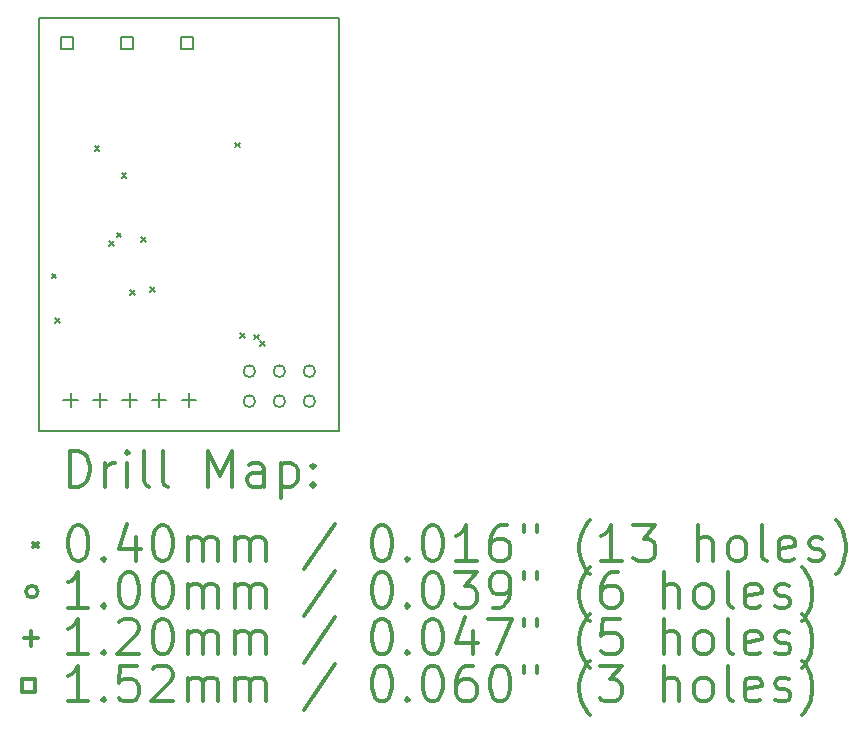
<source format=gbr>
%FSLAX45Y45*%
G04 Gerber Fmt 4.5, Leading zero omitted, Abs format (unit mm)*
G04 Created by KiCad (PCBNEW 4.0.2-stable) date 2018-11-15 20:30:32*
%MOMM*%
G01*
G04 APERTURE LIST*
%ADD10C,0.127000*%
%ADD11C,0.150000*%
%ADD12C,0.200000*%
%ADD13C,0.300000*%
G04 APERTURE END LIST*
D10*
D11*
X10241280Y-8356600D02*
X12786360Y-8356600D01*
X10241280Y-7299960D02*
X10241280Y-8356600D01*
X10241280Y-5405120D02*
X10241280Y-7299960D01*
X10241280Y-4861560D02*
X10241280Y-5405120D01*
X12786360Y-4861560D02*
X10241280Y-4861560D01*
X12786360Y-8356600D02*
X12786360Y-4861560D01*
D12*
X10349822Y-7027214D02*
X10389822Y-7067214D01*
X10389822Y-7027214D02*
X10349822Y-7067214D01*
X10378760Y-7406960D02*
X10418760Y-7446960D01*
X10418760Y-7406960D02*
X10378760Y-7446960D01*
X10714040Y-5949000D02*
X10754040Y-5989000D01*
X10754040Y-5949000D02*
X10714040Y-5989000D01*
X10838073Y-6755136D02*
X10878073Y-6795136D01*
X10878073Y-6755136D02*
X10838073Y-6795136D01*
X10902000Y-6680520D02*
X10942000Y-6720520D01*
X10942000Y-6680520D02*
X10902000Y-6720520D01*
X10942640Y-6177600D02*
X10982640Y-6217600D01*
X10982640Y-6177600D02*
X10942640Y-6217600D01*
X11013760Y-7169742D02*
X11053760Y-7209742D01*
X11053760Y-7169742D02*
X11013760Y-7209742D01*
X11110280Y-6721160D02*
X11150280Y-6761160D01*
X11150280Y-6721160D02*
X11110280Y-6761160D01*
X11182925Y-7141275D02*
X11222924Y-7181275D01*
X11222924Y-7141275D02*
X11182925Y-7181275D01*
X11902760Y-5918520D02*
X11942760Y-5958520D01*
X11942760Y-5918520D02*
X11902760Y-5958520D01*
X11948480Y-7528880D02*
X11988480Y-7568880D01*
X11988480Y-7528880D02*
X11948480Y-7568880D01*
X12062333Y-7544182D02*
X12102333Y-7584182D01*
X12102333Y-7544182D02*
X12062333Y-7584182D01*
X12118902Y-7600751D02*
X12158902Y-7640751D01*
X12158902Y-7600751D02*
X12118902Y-7640751D01*
X12074360Y-7853680D02*
G75*
G03X12074360Y-7853680I-50000J0D01*
G01*
X12074360Y-8107680D02*
G75*
G03X12074360Y-8107680I-50000J0D01*
G01*
X12328360Y-7853680D02*
G75*
G03X12328360Y-7853680I-50000J0D01*
G01*
X12328360Y-8107680D02*
G75*
G03X12328360Y-8107680I-50000J0D01*
G01*
X12582360Y-7853680D02*
G75*
G03X12582360Y-7853680I-50000J0D01*
G01*
X12582360Y-8107680D02*
G75*
G03X12582360Y-8107680I-50000J0D01*
G01*
X10510550Y-8038790D02*
X10510550Y-8158790D01*
X10450550Y-8098790D02*
X10570550Y-8098790D01*
X10760550Y-8038790D02*
X10760550Y-8158790D01*
X10700550Y-8098790D02*
X10820550Y-8098790D01*
X11010550Y-8038790D02*
X11010550Y-8158790D01*
X10950550Y-8098790D02*
X11070550Y-8098790D01*
X11260550Y-8038790D02*
X11260550Y-8158790D01*
X11200550Y-8098790D02*
X11320550Y-8098790D01*
X11512550Y-8038790D02*
X11512550Y-8158790D01*
X11452550Y-8098790D02*
X11572550Y-8098790D01*
X10533922Y-5128802D02*
X10533922Y-5021038D01*
X10426158Y-5021038D01*
X10426158Y-5128802D01*
X10533922Y-5128802D01*
X11041922Y-5128802D02*
X11041922Y-5021038D01*
X10934158Y-5021038D01*
X10934158Y-5128802D01*
X11041922Y-5128802D01*
X11549922Y-5128802D02*
X11549922Y-5021038D01*
X11442158Y-5021038D01*
X11442158Y-5128802D01*
X11549922Y-5128802D01*
D13*
X10505209Y-8829814D02*
X10505209Y-8529814D01*
X10576637Y-8529814D01*
X10619494Y-8544100D01*
X10648066Y-8572672D01*
X10662351Y-8601243D01*
X10676637Y-8658386D01*
X10676637Y-8701243D01*
X10662351Y-8758386D01*
X10648066Y-8786957D01*
X10619494Y-8815529D01*
X10576637Y-8829814D01*
X10505209Y-8829814D01*
X10805209Y-8829814D02*
X10805209Y-8629814D01*
X10805209Y-8686957D02*
X10819494Y-8658386D01*
X10833780Y-8644100D01*
X10862351Y-8629814D01*
X10890923Y-8629814D01*
X10990923Y-8829814D02*
X10990923Y-8629814D01*
X10990923Y-8529814D02*
X10976637Y-8544100D01*
X10990923Y-8558386D01*
X11005209Y-8544100D01*
X10990923Y-8529814D01*
X10990923Y-8558386D01*
X11176637Y-8829814D02*
X11148066Y-8815529D01*
X11133780Y-8786957D01*
X11133780Y-8529814D01*
X11333780Y-8829814D02*
X11305208Y-8815529D01*
X11290923Y-8786957D01*
X11290923Y-8529814D01*
X11676637Y-8829814D02*
X11676637Y-8529814D01*
X11776637Y-8744100D01*
X11876637Y-8529814D01*
X11876637Y-8829814D01*
X12148066Y-8829814D02*
X12148066Y-8672672D01*
X12133780Y-8644100D01*
X12105208Y-8629814D01*
X12048066Y-8629814D01*
X12019494Y-8644100D01*
X12148066Y-8815529D02*
X12119494Y-8829814D01*
X12048066Y-8829814D01*
X12019494Y-8815529D01*
X12005208Y-8786957D01*
X12005208Y-8758386D01*
X12019494Y-8729814D01*
X12048066Y-8715529D01*
X12119494Y-8715529D01*
X12148066Y-8701243D01*
X12290923Y-8629814D02*
X12290923Y-8929814D01*
X12290923Y-8644100D02*
X12319494Y-8629814D01*
X12376637Y-8629814D01*
X12405208Y-8644100D01*
X12419494Y-8658386D01*
X12433780Y-8686957D01*
X12433780Y-8772672D01*
X12419494Y-8801243D01*
X12405208Y-8815529D01*
X12376637Y-8829814D01*
X12319494Y-8829814D01*
X12290923Y-8815529D01*
X12562351Y-8801243D02*
X12576637Y-8815529D01*
X12562351Y-8829814D01*
X12548066Y-8815529D01*
X12562351Y-8801243D01*
X12562351Y-8829814D01*
X12562351Y-8644100D02*
X12576637Y-8658386D01*
X12562351Y-8672672D01*
X12548066Y-8658386D01*
X12562351Y-8644100D01*
X12562351Y-8672672D01*
X10193780Y-9304100D02*
X10233780Y-9344100D01*
X10233780Y-9304100D02*
X10193780Y-9344100D01*
X10562351Y-9159814D02*
X10590923Y-9159814D01*
X10619494Y-9174100D01*
X10633780Y-9188386D01*
X10648066Y-9216957D01*
X10662351Y-9274100D01*
X10662351Y-9345529D01*
X10648066Y-9402672D01*
X10633780Y-9431243D01*
X10619494Y-9445529D01*
X10590923Y-9459814D01*
X10562351Y-9459814D01*
X10533780Y-9445529D01*
X10519494Y-9431243D01*
X10505209Y-9402672D01*
X10490923Y-9345529D01*
X10490923Y-9274100D01*
X10505209Y-9216957D01*
X10519494Y-9188386D01*
X10533780Y-9174100D01*
X10562351Y-9159814D01*
X10790923Y-9431243D02*
X10805209Y-9445529D01*
X10790923Y-9459814D01*
X10776637Y-9445529D01*
X10790923Y-9431243D01*
X10790923Y-9459814D01*
X11062351Y-9259814D02*
X11062351Y-9459814D01*
X10990923Y-9145529D02*
X10919494Y-9359814D01*
X11105208Y-9359814D01*
X11276637Y-9159814D02*
X11305208Y-9159814D01*
X11333780Y-9174100D01*
X11348066Y-9188386D01*
X11362351Y-9216957D01*
X11376637Y-9274100D01*
X11376637Y-9345529D01*
X11362351Y-9402672D01*
X11348066Y-9431243D01*
X11333780Y-9445529D01*
X11305208Y-9459814D01*
X11276637Y-9459814D01*
X11248066Y-9445529D01*
X11233780Y-9431243D01*
X11219494Y-9402672D01*
X11205208Y-9345529D01*
X11205208Y-9274100D01*
X11219494Y-9216957D01*
X11233780Y-9188386D01*
X11248066Y-9174100D01*
X11276637Y-9159814D01*
X11505208Y-9459814D02*
X11505208Y-9259814D01*
X11505208Y-9288386D02*
X11519494Y-9274100D01*
X11548066Y-9259814D01*
X11590923Y-9259814D01*
X11619494Y-9274100D01*
X11633780Y-9302672D01*
X11633780Y-9459814D01*
X11633780Y-9302672D02*
X11648066Y-9274100D01*
X11676637Y-9259814D01*
X11719494Y-9259814D01*
X11748066Y-9274100D01*
X11762351Y-9302672D01*
X11762351Y-9459814D01*
X11905208Y-9459814D02*
X11905208Y-9259814D01*
X11905208Y-9288386D02*
X11919494Y-9274100D01*
X11948066Y-9259814D01*
X11990923Y-9259814D01*
X12019494Y-9274100D01*
X12033780Y-9302672D01*
X12033780Y-9459814D01*
X12033780Y-9302672D02*
X12048066Y-9274100D01*
X12076637Y-9259814D01*
X12119494Y-9259814D01*
X12148066Y-9274100D01*
X12162351Y-9302672D01*
X12162351Y-9459814D01*
X12748066Y-9145529D02*
X12490923Y-9531243D01*
X13133780Y-9159814D02*
X13162351Y-9159814D01*
X13190923Y-9174100D01*
X13205208Y-9188386D01*
X13219494Y-9216957D01*
X13233780Y-9274100D01*
X13233780Y-9345529D01*
X13219494Y-9402672D01*
X13205208Y-9431243D01*
X13190923Y-9445529D01*
X13162351Y-9459814D01*
X13133780Y-9459814D01*
X13105208Y-9445529D01*
X13090923Y-9431243D01*
X13076637Y-9402672D01*
X13062351Y-9345529D01*
X13062351Y-9274100D01*
X13076637Y-9216957D01*
X13090923Y-9188386D01*
X13105208Y-9174100D01*
X13133780Y-9159814D01*
X13362351Y-9431243D02*
X13376637Y-9445529D01*
X13362351Y-9459814D01*
X13348066Y-9445529D01*
X13362351Y-9431243D01*
X13362351Y-9459814D01*
X13562351Y-9159814D02*
X13590923Y-9159814D01*
X13619494Y-9174100D01*
X13633780Y-9188386D01*
X13648065Y-9216957D01*
X13662351Y-9274100D01*
X13662351Y-9345529D01*
X13648065Y-9402672D01*
X13633780Y-9431243D01*
X13619494Y-9445529D01*
X13590923Y-9459814D01*
X13562351Y-9459814D01*
X13533780Y-9445529D01*
X13519494Y-9431243D01*
X13505208Y-9402672D01*
X13490923Y-9345529D01*
X13490923Y-9274100D01*
X13505208Y-9216957D01*
X13519494Y-9188386D01*
X13533780Y-9174100D01*
X13562351Y-9159814D01*
X13948065Y-9459814D02*
X13776637Y-9459814D01*
X13862351Y-9459814D02*
X13862351Y-9159814D01*
X13833780Y-9202672D01*
X13805208Y-9231243D01*
X13776637Y-9245529D01*
X14205208Y-9159814D02*
X14148065Y-9159814D01*
X14119494Y-9174100D01*
X14105208Y-9188386D01*
X14076637Y-9231243D01*
X14062351Y-9288386D01*
X14062351Y-9402672D01*
X14076637Y-9431243D01*
X14090923Y-9445529D01*
X14119494Y-9459814D01*
X14176637Y-9459814D01*
X14205208Y-9445529D01*
X14219494Y-9431243D01*
X14233780Y-9402672D01*
X14233780Y-9331243D01*
X14219494Y-9302672D01*
X14205208Y-9288386D01*
X14176637Y-9274100D01*
X14119494Y-9274100D01*
X14090923Y-9288386D01*
X14076637Y-9302672D01*
X14062351Y-9331243D01*
X14348066Y-9159814D02*
X14348066Y-9216957D01*
X14462351Y-9159814D02*
X14462351Y-9216957D01*
X14905208Y-9574100D02*
X14890923Y-9559814D01*
X14862351Y-9516957D01*
X14848065Y-9488386D01*
X14833780Y-9445529D01*
X14819494Y-9374100D01*
X14819494Y-9316957D01*
X14833780Y-9245529D01*
X14848065Y-9202672D01*
X14862351Y-9174100D01*
X14890923Y-9131243D01*
X14905208Y-9116957D01*
X15176637Y-9459814D02*
X15005208Y-9459814D01*
X15090923Y-9459814D02*
X15090923Y-9159814D01*
X15062351Y-9202672D01*
X15033780Y-9231243D01*
X15005208Y-9245529D01*
X15276637Y-9159814D02*
X15462351Y-9159814D01*
X15362351Y-9274100D01*
X15405208Y-9274100D01*
X15433780Y-9288386D01*
X15448065Y-9302672D01*
X15462351Y-9331243D01*
X15462351Y-9402672D01*
X15448065Y-9431243D01*
X15433780Y-9445529D01*
X15405208Y-9459814D01*
X15319494Y-9459814D01*
X15290923Y-9445529D01*
X15276637Y-9431243D01*
X15819494Y-9459814D02*
X15819494Y-9159814D01*
X15948065Y-9459814D02*
X15948065Y-9302672D01*
X15933780Y-9274100D01*
X15905208Y-9259814D01*
X15862351Y-9259814D01*
X15833780Y-9274100D01*
X15819494Y-9288386D01*
X16133780Y-9459814D02*
X16105208Y-9445529D01*
X16090923Y-9431243D01*
X16076637Y-9402672D01*
X16076637Y-9316957D01*
X16090923Y-9288386D01*
X16105208Y-9274100D01*
X16133780Y-9259814D01*
X16176637Y-9259814D01*
X16205208Y-9274100D01*
X16219494Y-9288386D01*
X16233780Y-9316957D01*
X16233780Y-9402672D01*
X16219494Y-9431243D01*
X16205208Y-9445529D01*
X16176637Y-9459814D01*
X16133780Y-9459814D01*
X16405208Y-9459814D02*
X16376637Y-9445529D01*
X16362351Y-9416957D01*
X16362351Y-9159814D01*
X16633780Y-9445529D02*
X16605208Y-9459814D01*
X16548066Y-9459814D01*
X16519494Y-9445529D01*
X16505208Y-9416957D01*
X16505208Y-9302672D01*
X16519494Y-9274100D01*
X16548066Y-9259814D01*
X16605208Y-9259814D01*
X16633780Y-9274100D01*
X16648066Y-9302672D01*
X16648066Y-9331243D01*
X16505208Y-9359814D01*
X16762351Y-9445529D02*
X16790923Y-9459814D01*
X16848066Y-9459814D01*
X16876637Y-9445529D01*
X16890923Y-9416957D01*
X16890923Y-9402672D01*
X16876637Y-9374100D01*
X16848066Y-9359814D01*
X16805209Y-9359814D01*
X16776637Y-9345529D01*
X16762351Y-9316957D01*
X16762351Y-9302672D01*
X16776637Y-9274100D01*
X16805209Y-9259814D01*
X16848066Y-9259814D01*
X16876637Y-9274100D01*
X16990923Y-9574100D02*
X17005209Y-9559814D01*
X17033780Y-9516957D01*
X17048066Y-9488386D01*
X17062351Y-9445529D01*
X17076637Y-9374100D01*
X17076637Y-9316957D01*
X17062351Y-9245529D01*
X17048066Y-9202672D01*
X17033780Y-9174100D01*
X17005209Y-9131243D01*
X16990923Y-9116957D01*
X10233780Y-9720100D02*
G75*
G03X10233780Y-9720100I-50000J0D01*
G01*
X10662351Y-9855814D02*
X10490923Y-9855814D01*
X10576637Y-9855814D02*
X10576637Y-9555814D01*
X10548066Y-9598672D01*
X10519494Y-9627243D01*
X10490923Y-9641529D01*
X10790923Y-9827243D02*
X10805209Y-9841529D01*
X10790923Y-9855814D01*
X10776637Y-9841529D01*
X10790923Y-9827243D01*
X10790923Y-9855814D01*
X10990923Y-9555814D02*
X11019494Y-9555814D01*
X11048066Y-9570100D01*
X11062351Y-9584386D01*
X11076637Y-9612957D01*
X11090923Y-9670100D01*
X11090923Y-9741529D01*
X11076637Y-9798672D01*
X11062351Y-9827243D01*
X11048066Y-9841529D01*
X11019494Y-9855814D01*
X10990923Y-9855814D01*
X10962351Y-9841529D01*
X10948066Y-9827243D01*
X10933780Y-9798672D01*
X10919494Y-9741529D01*
X10919494Y-9670100D01*
X10933780Y-9612957D01*
X10948066Y-9584386D01*
X10962351Y-9570100D01*
X10990923Y-9555814D01*
X11276637Y-9555814D02*
X11305208Y-9555814D01*
X11333780Y-9570100D01*
X11348066Y-9584386D01*
X11362351Y-9612957D01*
X11376637Y-9670100D01*
X11376637Y-9741529D01*
X11362351Y-9798672D01*
X11348066Y-9827243D01*
X11333780Y-9841529D01*
X11305208Y-9855814D01*
X11276637Y-9855814D01*
X11248066Y-9841529D01*
X11233780Y-9827243D01*
X11219494Y-9798672D01*
X11205208Y-9741529D01*
X11205208Y-9670100D01*
X11219494Y-9612957D01*
X11233780Y-9584386D01*
X11248066Y-9570100D01*
X11276637Y-9555814D01*
X11505208Y-9855814D02*
X11505208Y-9655814D01*
X11505208Y-9684386D02*
X11519494Y-9670100D01*
X11548066Y-9655814D01*
X11590923Y-9655814D01*
X11619494Y-9670100D01*
X11633780Y-9698672D01*
X11633780Y-9855814D01*
X11633780Y-9698672D02*
X11648066Y-9670100D01*
X11676637Y-9655814D01*
X11719494Y-9655814D01*
X11748066Y-9670100D01*
X11762351Y-9698672D01*
X11762351Y-9855814D01*
X11905208Y-9855814D02*
X11905208Y-9655814D01*
X11905208Y-9684386D02*
X11919494Y-9670100D01*
X11948066Y-9655814D01*
X11990923Y-9655814D01*
X12019494Y-9670100D01*
X12033780Y-9698672D01*
X12033780Y-9855814D01*
X12033780Y-9698672D02*
X12048066Y-9670100D01*
X12076637Y-9655814D01*
X12119494Y-9655814D01*
X12148066Y-9670100D01*
X12162351Y-9698672D01*
X12162351Y-9855814D01*
X12748066Y-9541529D02*
X12490923Y-9927243D01*
X13133780Y-9555814D02*
X13162351Y-9555814D01*
X13190923Y-9570100D01*
X13205208Y-9584386D01*
X13219494Y-9612957D01*
X13233780Y-9670100D01*
X13233780Y-9741529D01*
X13219494Y-9798672D01*
X13205208Y-9827243D01*
X13190923Y-9841529D01*
X13162351Y-9855814D01*
X13133780Y-9855814D01*
X13105208Y-9841529D01*
X13090923Y-9827243D01*
X13076637Y-9798672D01*
X13062351Y-9741529D01*
X13062351Y-9670100D01*
X13076637Y-9612957D01*
X13090923Y-9584386D01*
X13105208Y-9570100D01*
X13133780Y-9555814D01*
X13362351Y-9827243D02*
X13376637Y-9841529D01*
X13362351Y-9855814D01*
X13348066Y-9841529D01*
X13362351Y-9827243D01*
X13362351Y-9855814D01*
X13562351Y-9555814D02*
X13590923Y-9555814D01*
X13619494Y-9570100D01*
X13633780Y-9584386D01*
X13648065Y-9612957D01*
X13662351Y-9670100D01*
X13662351Y-9741529D01*
X13648065Y-9798672D01*
X13633780Y-9827243D01*
X13619494Y-9841529D01*
X13590923Y-9855814D01*
X13562351Y-9855814D01*
X13533780Y-9841529D01*
X13519494Y-9827243D01*
X13505208Y-9798672D01*
X13490923Y-9741529D01*
X13490923Y-9670100D01*
X13505208Y-9612957D01*
X13519494Y-9584386D01*
X13533780Y-9570100D01*
X13562351Y-9555814D01*
X13762351Y-9555814D02*
X13948065Y-9555814D01*
X13848065Y-9670100D01*
X13890923Y-9670100D01*
X13919494Y-9684386D01*
X13933780Y-9698672D01*
X13948065Y-9727243D01*
X13948065Y-9798672D01*
X13933780Y-9827243D01*
X13919494Y-9841529D01*
X13890923Y-9855814D01*
X13805208Y-9855814D01*
X13776637Y-9841529D01*
X13762351Y-9827243D01*
X14090923Y-9855814D02*
X14148065Y-9855814D01*
X14176637Y-9841529D01*
X14190923Y-9827243D01*
X14219494Y-9784386D01*
X14233780Y-9727243D01*
X14233780Y-9612957D01*
X14219494Y-9584386D01*
X14205208Y-9570100D01*
X14176637Y-9555814D01*
X14119494Y-9555814D01*
X14090923Y-9570100D01*
X14076637Y-9584386D01*
X14062351Y-9612957D01*
X14062351Y-9684386D01*
X14076637Y-9712957D01*
X14090923Y-9727243D01*
X14119494Y-9741529D01*
X14176637Y-9741529D01*
X14205208Y-9727243D01*
X14219494Y-9712957D01*
X14233780Y-9684386D01*
X14348066Y-9555814D02*
X14348066Y-9612957D01*
X14462351Y-9555814D02*
X14462351Y-9612957D01*
X14905208Y-9970100D02*
X14890923Y-9955814D01*
X14862351Y-9912957D01*
X14848065Y-9884386D01*
X14833780Y-9841529D01*
X14819494Y-9770100D01*
X14819494Y-9712957D01*
X14833780Y-9641529D01*
X14848065Y-9598672D01*
X14862351Y-9570100D01*
X14890923Y-9527243D01*
X14905208Y-9512957D01*
X15148065Y-9555814D02*
X15090923Y-9555814D01*
X15062351Y-9570100D01*
X15048065Y-9584386D01*
X15019494Y-9627243D01*
X15005208Y-9684386D01*
X15005208Y-9798672D01*
X15019494Y-9827243D01*
X15033780Y-9841529D01*
X15062351Y-9855814D01*
X15119494Y-9855814D01*
X15148065Y-9841529D01*
X15162351Y-9827243D01*
X15176637Y-9798672D01*
X15176637Y-9727243D01*
X15162351Y-9698672D01*
X15148065Y-9684386D01*
X15119494Y-9670100D01*
X15062351Y-9670100D01*
X15033780Y-9684386D01*
X15019494Y-9698672D01*
X15005208Y-9727243D01*
X15533780Y-9855814D02*
X15533780Y-9555814D01*
X15662351Y-9855814D02*
X15662351Y-9698672D01*
X15648065Y-9670100D01*
X15619494Y-9655814D01*
X15576637Y-9655814D01*
X15548065Y-9670100D01*
X15533780Y-9684386D01*
X15848065Y-9855814D02*
X15819494Y-9841529D01*
X15805208Y-9827243D01*
X15790923Y-9798672D01*
X15790923Y-9712957D01*
X15805208Y-9684386D01*
X15819494Y-9670100D01*
X15848065Y-9655814D01*
X15890923Y-9655814D01*
X15919494Y-9670100D01*
X15933780Y-9684386D01*
X15948065Y-9712957D01*
X15948065Y-9798672D01*
X15933780Y-9827243D01*
X15919494Y-9841529D01*
X15890923Y-9855814D01*
X15848065Y-9855814D01*
X16119494Y-9855814D02*
X16090923Y-9841529D01*
X16076637Y-9812957D01*
X16076637Y-9555814D01*
X16348066Y-9841529D02*
X16319494Y-9855814D01*
X16262351Y-9855814D01*
X16233780Y-9841529D01*
X16219494Y-9812957D01*
X16219494Y-9698672D01*
X16233780Y-9670100D01*
X16262351Y-9655814D01*
X16319494Y-9655814D01*
X16348066Y-9670100D01*
X16362351Y-9698672D01*
X16362351Y-9727243D01*
X16219494Y-9755814D01*
X16476637Y-9841529D02*
X16505208Y-9855814D01*
X16562351Y-9855814D01*
X16590923Y-9841529D01*
X16605208Y-9812957D01*
X16605208Y-9798672D01*
X16590923Y-9770100D01*
X16562351Y-9755814D01*
X16519494Y-9755814D01*
X16490923Y-9741529D01*
X16476637Y-9712957D01*
X16476637Y-9698672D01*
X16490923Y-9670100D01*
X16519494Y-9655814D01*
X16562351Y-9655814D01*
X16590923Y-9670100D01*
X16705208Y-9970100D02*
X16719494Y-9955814D01*
X16748066Y-9912957D01*
X16762351Y-9884386D01*
X16776637Y-9841529D01*
X16790923Y-9770100D01*
X16790923Y-9712957D01*
X16776637Y-9641529D01*
X16762351Y-9598672D01*
X16748066Y-9570100D01*
X16719494Y-9527243D01*
X16705208Y-9512957D01*
X10173780Y-10056100D02*
X10173780Y-10176100D01*
X10113780Y-10116100D02*
X10233780Y-10116100D01*
X10662351Y-10251814D02*
X10490923Y-10251814D01*
X10576637Y-10251814D02*
X10576637Y-9951814D01*
X10548066Y-9994672D01*
X10519494Y-10023243D01*
X10490923Y-10037529D01*
X10790923Y-10223243D02*
X10805209Y-10237529D01*
X10790923Y-10251814D01*
X10776637Y-10237529D01*
X10790923Y-10223243D01*
X10790923Y-10251814D01*
X10919494Y-9980386D02*
X10933780Y-9966100D01*
X10962351Y-9951814D01*
X11033780Y-9951814D01*
X11062351Y-9966100D01*
X11076637Y-9980386D01*
X11090923Y-10008957D01*
X11090923Y-10037529D01*
X11076637Y-10080386D01*
X10905208Y-10251814D01*
X11090923Y-10251814D01*
X11276637Y-9951814D02*
X11305208Y-9951814D01*
X11333780Y-9966100D01*
X11348066Y-9980386D01*
X11362351Y-10008957D01*
X11376637Y-10066100D01*
X11376637Y-10137529D01*
X11362351Y-10194672D01*
X11348066Y-10223243D01*
X11333780Y-10237529D01*
X11305208Y-10251814D01*
X11276637Y-10251814D01*
X11248066Y-10237529D01*
X11233780Y-10223243D01*
X11219494Y-10194672D01*
X11205208Y-10137529D01*
X11205208Y-10066100D01*
X11219494Y-10008957D01*
X11233780Y-9980386D01*
X11248066Y-9966100D01*
X11276637Y-9951814D01*
X11505208Y-10251814D02*
X11505208Y-10051814D01*
X11505208Y-10080386D02*
X11519494Y-10066100D01*
X11548066Y-10051814D01*
X11590923Y-10051814D01*
X11619494Y-10066100D01*
X11633780Y-10094672D01*
X11633780Y-10251814D01*
X11633780Y-10094672D02*
X11648066Y-10066100D01*
X11676637Y-10051814D01*
X11719494Y-10051814D01*
X11748066Y-10066100D01*
X11762351Y-10094672D01*
X11762351Y-10251814D01*
X11905208Y-10251814D02*
X11905208Y-10051814D01*
X11905208Y-10080386D02*
X11919494Y-10066100D01*
X11948066Y-10051814D01*
X11990923Y-10051814D01*
X12019494Y-10066100D01*
X12033780Y-10094672D01*
X12033780Y-10251814D01*
X12033780Y-10094672D02*
X12048066Y-10066100D01*
X12076637Y-10051814D01*
X12119494Y-10051814D01*
X12148066Y-10066100D01*
X12162351Y-10094672D01*
X12162351Y-10251814D01*
X12748066Y-9937529D02*
X12490923Y-10323243D01*
X13133780Y-9951814D02*
X13162351Y-9951814D01*
X13190923Y-9966100D01*
X13205208Y-9980386D01*
X13219494Y-10008957D01*
X13233780Y-10066100D01*
X13233780Y-10137529D01*
X13219494Y-10194672D01*
X13205208Y-10223243D01*
X13190923Y-10237529D01*
X13162351Y-10251814D01*
X13133780Y-10251814D01*
X13105208Y-10237529D01*
X13090923Y-10223243D01*
X13076637Y-10194672D01*
X13062351Y-10137529D01*
X13062351Y-10066100D01*
X13076637Y-10008957D01*
X13090923Y-9980386D01*
X13105208Y-9966100D01*
X13133780Y-9951814D01*
X13362351Y-10223243D02*
X13376637Y-10237529D01*
X13362351Y-10251814D01*
X13348066Y-10237529D01*
X13362351Y-10223243D01*
X13362351Y-10251814D01*
X13562351Y-9951814D02*
X13590923Y-9951814D01*
X13619494Y-9966100D01*
X13633780Y-9980386D01*
X13648065Y-10008957D01*
X13662351Y-10066100D01*
X13662351Y-10137529D01*
X13648065Y-10194672D01*
X13633780Y-10223243D01*
X13619494Y-10237529D01*
X13590923Y-10251814D01*
X13562351Y-10251814D01*
X13533780Y-10237529D01*
X13519494Y-10223243D01*
X13505208Y-10194672D01*
X13490923Y-10137529D01*
X13490923Y-10066100D01*
X13505208Y-10008957D01*
X13519494Y-9980386D01*
X13533780Y-9966100D01*
X13562351Y-9951814D01*
X13919494Y-10051814D02*
X13919494Y-10251814D01*
X13848065Y-9937529D02*
X13776637Y-10151814D01*
X13962351Y-10151814D01*
X14048065Y-9951814D02*
X14248065Y-9951814D01*
X14119494Y-10251814D01*
X14348066Y-9951814D02*
X14348066Y-10008957D01*
X14462351Y-9951814D02*
X14462351Y-10008957D01*
X14905208Y-10366100D02*
X14890923Y-10351814D01*
X14862351Y-10308957D01*
X14848065Y-10280386D01*
X14833780Y-10237529D01*
X14819494Y-10166100D01*
X14819494Y-10108957D01*
X14833780Y-10037529D01*
X14848065Y-9994672D01*
X14862351Y-9966100D01*
X14890923Y-9923243D01*
X14905208Y-9908957D01*
X15162351Y-9951814D02*
X15019494Y-9951814D01*
X15005208Y-10094672D01*
X15019494Y-10080386D01*
X15048065Y-10066100D01*
X15119494Y-10066100D01*
X15148065Y-10080386D01*
X15162351Y-10094672D01*
X15176637Y-10123243D01*
X15176637Y-10194672D01*
X15162351Y-10223243D01*
X15148065Y-10237529D01*
X15119494Y-10251814D01*
X15048065Y-10251814D01*
X15019494Y-10237529D01*
X15005208Y-10223243D01*
X15533780Y-10251814D02*
X15533780Y-9951814D01*
X15662351Y-10251814D02*
X15662351Y-10094672D01*
X15648065Y-10066100D01*
X15619494Y-10051814D01*
X15576637Y-10051814D01*
X15548065Y-10066100D01*
X15533780Y-10080386D01*
X15848065Y-10251814D02*
X15819494Y-10237529D01*
X15805208Y-10223243D01*
X15790923Y-10194672D01*
X15790923Y-10108957D01*
X15805208Y-10080386D01*
X15819494Y-10066100D01*
X15848065Y-10051814D01*
X15890923Y-10051814D01*
X15919494Y-10066100D01*
X15933780Y-10080386D01*
X15948065Y-10108957D01*
X15948065Y-10194672D01*
X15933780Y-10223243D01*
X15919494Y-10237529D01*
X15890923Y-10251814D01*
X15848065Y-10251814D01*
X16119494Y-10251814D02*
X16090923Y-10237529D01*
X16076637Y-10208957D01*
X16076637Y-9951814D01*
X16348066Y-10237529D02*
X16319494Y-10251814D01*
X16262351Y-10251814D01*
X16233780Y-10237529D01*
X16219494Y-10208957D01*
X16219494Y-10094672D01*
X16233780Y-10066100D01*
X16262351Y-10051814D01*
X16319494Y-10051814D01*
X16348066Y-10066100D01*
X16362351Y-10094672D01*
X16362351Y-10123243D01*
X16219494Y-10151814D01*
X16476637Y-10237529D02*
X16505208Y-10251814D01*
X16562351Y-10251814D01*
X16590923Y-10237529D01*
X16605208Y-10208957D01*
X16605208Y-10194672D01*
X16590923Y-10166100D01*
X16562351Y-10151814D01*
X16519494Y-10151814D01*
X16490923Y-10137529D01*
X16476637Y-10108957D01*
X16476637Y-10094672D01*
X16490923Y-10066100D01*
X16519494Y-10051814D01*
X16562351Y-10051814D01*
X16590923Y-10066100D01*
X16705208Y-10366100D02*
X16719494Y-10351814D01*
X16748066Y-10308957D01*
X16762351Y-10280386D01*
X16776637Y-10237529D01*
X16790923Y-10166100D01*
X16790923Y-10108957D01*
X16776637Y-10037529D01*
X16762351Y-9994672D01*
X16748066Y-9966100D01*
X16719494Y-9923243D01*
X16705208Y-9908957D01*
X10211462Y-10565982D02*
X10211462Y-10458218D01*
X10103698Y-10458218D01*
X10103698Y-10565982D01*
X10211462Y-10565982D01*
X10662351Y-10647814D02*
X10490923Y-10647814D01*
X10576637Y-10647814D02*
X10576637Y-10347814D01*
X10548066Y-10390672D01*
X10519494Y-10419243D01*
X10490923Y-10433529D01*
X10790923Y-10619243D02*
X10805209Y-10633529D01*
X10790923Y-10647814D01*
X10776637Y-10633529D01*
X10790923Y-10619243D01*
X10790923Y-10647814D01*
X11076637Y-10347814D02*
X10933780Y-10347814D01*
X10919494Y-10490672D01*
X10933780Y-10476386D01*
X10962351Y-10462100D01*
X11033780Y-10462100D01*
X11062351Y-10476386D01*
X11076637Y-10490672D01*
X11090923Y-10519243D01*
X11090923Y-10590672D01*
X11076637Y-10619243D01*
X11062351Y-10633529D01*
X11033780Y-10647814D01*
X10962351Y-10647814D01*
X10933780Y-10633529D01*
X10919494Y-10619243D01*
X11205208Y-10376386D02*
X11219494Y-10362100D01*
X11248066Y-10347814D01*
X11319494Y-10347814D01*
X11348066Y-10362100D01*
X11362351Y-10376386D01*
X11376637Y-10404957D01*
X11376637Y-10433529D01*
X11362351Y-10476386D01*
X11190923Y-10647814D01*
X11376637Y-10647814D01*
X11505208Y-10647814D02*
X11505208Y-10447814D01*
X11505208Y-10476386D02*
X11519494Y-10462100D01*
X11548066Y-10447814D01*
X11590923Y-10447814D01*
X11619494Y-10462100D01*
X11633780Y-10490672D01*
X11633780Y-10647814D01*
X11633780Y-10490672D02*
X11648066Y-10462100D01*
X11676637Y-10447814D01*
X11719494Y-10447814D01*
X11748066Y-10462100D01*
X11762351Y-10490672D01*
X11762351Y-10647814D01*
X11905208Y-10647814D02*
X11905208Y-10447814D01*
X11905208Y-10476386D02*
X11919494Y-10462100D01*
X11948066Y-10447814D01*
X11990923Y-10447814D01*
X12019494Y-10462100D01*
X12033780Y-10490672D01*
X12033780Y-10647814D01*
X12033780Y-10490672D02*
X12048066Y-10462100D01*
X12076637Y-10447814D01*
X12119494Y-10447814D01*
X12148066Y-10462100D01*
X12162351Y-10490672D01*
X12162351Y-10647814D01*
X12748066Y-10333529D02*
X12490923Y-10719243D01*
X13133780Y-10347814D02*
X13162351Y-10347814D01*
X13190923Y-10362100D01*
X13205208Y-10376386D01*
X13219494Y-10404957D01*
X13233780Y-10462100D01*
X13233780Y-10533529D01*
X13219494Y-10590672D01*
X13205208Y-10619243D01*
X13190923Y-10633529D01*
X13162351Y-10647814D01*
X13133780Y-10647814D01*
X13105208Y-10633529D01*
X13090923Y-10619243D01*
X13076637Y-10590672D01*
X13062351Y-10533529D01*
X13062351Y-10462100D01*
X13076637Y-10404957D01*
X13090923Y-10376386D01*
X13105208Y-10362100D01*
X13133780Y-10347814D01*
X13362351Y-10619243D02*
X13376637Y-10633529D01*
X13362351Y-10647814D01*
X13348066Y-10633529D01*
X13362351Y-10619243D01*
X13362351Y-10647814D01*
X13562351Y-10347814D02*
X13590923Y-10347814D01*
X13619494Y-10362100D01*
X13633780Y-10376386D01*
X13648065Y-10404957D01*
X13662351Y-10462100D01*
X13662351Y-10533529D01*
X13648065Y-10590672D01*
X13633780Y-10619243D01*
X13619494Y-10633529D01*
X13590923Y-10647814D01*
X13562351Y-10647814D01*
X13533780Y-10633529D01*
X13519494Y-10619243D01*
X13505208Y-10590672D01*
X13490923Y-10533529D01*
X13490923Y-10462100D01*
X13505208Y-10404957D01*
X13519494Y-10376386D01*
X13533780Y-10362100D01*
X13562351Y-10347814D01*
X13919494Y-10347814D02*
X13862351Y-10347814D01*
X13833780Y-10362100D01*
X13819494Y-10376386D01*
X13790923Y-10419243D01*
X13776637Y-10476386D01*
X13776637Y-10590672D01*
X13790923Y-10619243D01*
X13805208Y-10633529D01*
X13833780Y-10647814D01*
X13890923Y-10647814D01*
X13919494Y-10633529D01*
X13933780Y-10619243D01*
X13948065Y-10590672D01*
X13948065Y-10519243D01*
X13933780Y-10490672D01*
X13919494Y-10476386D01*
X13890923Y-10462100D01*
X13833780Y-10462100D01*
X13805208Y-10476386D01*
X13790923Y-10490672D01*
X13776637Y-10519243D01*
X14133780Y-10347814D02*
X14162351Y-10347814D01*
X14190923Y-10362100D01*
X14205208Y-10376386D01*
X14219494Y-10404957D01*
X14233780Y-10462100D01*
X14233780Y-10533529D01*
X14219494Y-10590672D01*
X14205208Y-10619243D01*
X14190923Y-10633529D01*
X14162351Y-10647814D01*
X14133780Y-10647814D01*
X14105208Y-10633529D01*
X14090923Y-10619243D01*
X14076637Y-10590672D01*
X14062351Y-10533529D01*
X14062351Y-10462100D01*
X14076637Y-10404957D01*
X14090923Y-10376386D01*
X14105208Y-10362100D01*
X14133780Y-10347814D01*
X14348066Y-10347814D02*
X14348066Y-10404957D01*
X14462351Y-10347814D02*
X14462351Y-10404957D01*
X14905208Y-10762100D02*
X14890923Y-10747814D01*
X14862351Y-10704957D01*
X14848065Y-10676386D01*
X14833780Y-10633529D01*
X14819494Y-10562100D01*
X14819494Y-10504957D01*
X14833780Y-10433529D01*
X14848065Y-10390672D01*
X14862351Y-10362100D01*
X14890923Y-10319243D01*
X14905208Y-10304957D01*
X14990923Y-10347814D02*
X15176637Y-10347814D01*
X15076637Y-10462100D01*
X15119494Y-10462100D01*
X15148065Y-10476386D01*
X15162351Y-10490672D01*
X15176637Y-10519243D01*
X15176637Y-10590672D01*
X15162351Y-10619243D01*
X15148065Y-10633529D01*
X15119494Y-10647814D01*
X15033780Y-10647814D01*
X15005208Y-10633529D01*
X14990923Y-10619243D01*
X15533780Y-10647814D02*
X15533780Y-10347814D01*
X15662351Y-10647814D02*
X15662351Y-10490672D01*
X15648065Y-10462100D01*
X15619494Y-10447814D01*
X15576637Y-10447814D01*
X15548065Y-10462100D01*
X15533780Y-10476386D01*
X15848065Y-10647814D02*
X15819494Y-10633529D01*
X15805208Y-10619243D01*
X15790923Y-10590672D01*
X15790923Y-10504957D01*
X15805208Y-10476386D01*
X15819494Y-10462100D01*
X15848065Y-10447814D01*
X15890923Y-10447814D01*
X15919494Y-10462100D01*
X15933780Y-10476386D01*
X15948065Y-10504957D01*
X15948065Y-10590672D01*
X15933780Y-10619243D01*
X15919494Y-10633529D01*
X15890923Y-10647814D01*
X15848065Y-10647814D01*
X16119494Y-10647814D02*
X16090923Y-10633529D01*
X16076637Y-10604957D01*
X16076637Y-10347814D01*
X16348066Y-10633529D02*
X16319494Y-10647814D01*
X16262351Y-10647814D01*
X16233780Y-10633529D01*
X16219494Y-10604957D01*
X16219494Y-10490672D01*
X16233780Y-10462100D01*
X16262351Y-10447814D01*
X16319494Y-10447814D01*
X16348066Y-10462100D01*
X16362351Y-10490672D01*
X16362351Y-10519243D01*
X16219494Y-10547814D01*
X16476637Y-10633529D02*
X16505208Y-10647814D01*
X16562351Y-10647814D01*
X16590923Y-10633529D01*
X16605208Y-10604957D01*
X16605208Y-10590672D01*
X16590923Y-10562100D01*
X16562351Y-10547814D01*
X16519494Y-10547814D01*
X16490923Y-10533529D01*
X16476637Y-10504957D01*
X16476637Y-10490672D01*
X16490923Y-10462100D01*
X16519494Y-10447814D01*
X16562351Y-10447814D01*
X16590923Y-10462100D01*
X16705208Y-10762100D02*
X16719494Y-10747814D01*
X16748066Y-10704957D01*
X16762351Y-10676386D01*
X16776637Y-10633529D01*
X16790923Y-10562100D01*
X16790923Y-10504957D01*
X16776637Y-10433529D01*
X16762351Y-10390672D01*
X16748066Y-10362100D01*
X16719494Y-10319243D01*
X16705208Y-10304957D01*
M02*

</source>
